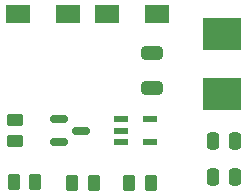
<source format=gtp>
%TF.GenerationSoftware,KiCad,Pcbnew,8.0.1*%
%TF.CreationDate,2024-04-05T16:28:00+11:00*%
%TF.ProjectId,Tiny Solar Supply,54696e79-2053-46f6-9c61-722053757070,rev?*%
%TF.SameCoordinates,Original*%
%TF.FileFunction,Paste,Top*%
%TF.FilePolarity,Positive*%
%FSLAX46Y46*%
G04 Gerber Fmt 4.6, Leading zero omitted, Abs format (unit mm)*
G04 Created by KiCad (PCBNEW 8.0.1) date 2024-04-05 16:28:00*
%MOMM*%
%LPD*%
G01*
G04 APERTURE LIST*
G04 Aperture macros list*
%AMRoundRect*
0 Rectangle with rounded corners*
0 $1 Rounding radius*
0 $2 $3 $4 $5 $6 $7 $8 $9 X,Y pos of 4 corners*
0 Add a 4 corners polygon primitive as box body*
4,1,4,$2,$3,$4,$5,$6,$7,$8,$9,$2,$3,0*
0 Add four circle primitives for the rounded corners*
1,1,$1+$1,$2,$3*
1,1,$1+$1,$4,$5*
1,1,$1+$1,$6,$7*
1,1,$1+$1,$8,$9*
0 Add four rect primitives between the rounded corners*
20,1,$1+$1,$2,$3,$4,$5,0*
20,1,$1+$1,$4,$5,$6,$7,0*
20,1,$1+$1,$6,$7,$8,$9,0*
20,1,$1+$1,$8,$9,$2,$3,0*%
G04 Aperture macros list end*
%ADD10RoundRect,0.150000X-0.587500X-0.150000X0.587500X-0.150000X0.587500X0.150000X-0.587500X0.150000X0*%
%ADD11R,2.120000X1.500000*%
%ADD12RoundRect,0.250000X-0.262500X-0.450000X0.262500X-0.450000X0.262500X0.450000X-0.262500X0.450000X0*%
%ADD13RoundRect,0.250000X0.262500X0.450000X-0.262500X0.450000X-0.262500X-0.450000X0.262500X-0.450000X0*%
%ADD14RoundRect,0.250000X0.250000X0.475000X-0.250000X0.475000X-0.250000X-0.475000X0.250000X-0.475000X0*%
%ADD15R,3.302000X2.667000*%
%ADD16RoundRect,0.250000X-0.650000X0.325000X-0.650000X-0.325000X0.650000X-0.325000X0.650000X0.325000X0*%
%ADD17RoundRect,0.030600X-0.554400X-0.224400X0.554400X-0.224400X0.554400X0.224400X-0.554400X0.224400X0*%
%ADD18RoundRect,0.030600X0.554400X0.224400X-0.554400X0.224400X-0.554400X-0.224400X0.554400X-0.224400X0*%
%ADD19RoundRect,0.250000X-0.450000X0.262500X-0.450000X-0.262500X0.450000X-0.262500X0.450000X0.262500X0*%
%ADD20RoundRect,0.250000X-0.250000X-0.475000X0.250000X-0.475000X0.250000X0.475000X-0.250000X0.475000X0*%
G04 APERTURE END LIST*
D10*
%TO.C,Q1*%
X157891000Y-121224000D03*
X157891000Y-123124000D03*
X159766000Y-122174000D03*
%TD*%
D11*
%TO.C,D2*%
X154432000Y-112268000D03*
X158662000Y-112268000D03*
%TD*%
D12*
%TO.C,R4*%
X154027500Y-126492000D03*
X155852500Y-126492000D03*
%TD*%
D13*
%TO.C,R2*%
X160805500Y-126619000D03*
X158980500Y-126619000D03*
%TD*%
D14*
%TO.C,C3*%
X172781000Y-126111000D03*
X170881000Y-126111000D03*
%TD*%
D11*
%TO.C,D1*%
X166199000Y-112268000D03*
X161969000Y-112268000D03*
%TD*%
D15*
%TO.C,L1*%
X171704000Y-113982500D03*
X171704000Y-119113300D03*
%TD*%
D13*
%TO.C,R1*%
X165631500Y-126619000D03*
X163806500Y-126619000D03*
%TD*%
D16*
%TO.C,C2*%
X165735000Y-115619000D03*
X165735000Y-118569000D03*
%TD*%
D17*
%TO.C,U1*%
X163088000Y-121224000D03*
X163088000Y-122174000D03*
X163088000Y-123124000D03*
D18*
X165588000Y-123124000D03*
X165588000Y-121224000D03*
%TD*%
D19*
%TO.C,R3*%
X154178000Y-121261500D03*
X154178000Y-123086500D03*
%TD*%
D20*
%TO.C,C1*%
X170881000Y-123063000D03*
X172781000Y-123063000D03*
%TD*%
M02*

</source>
